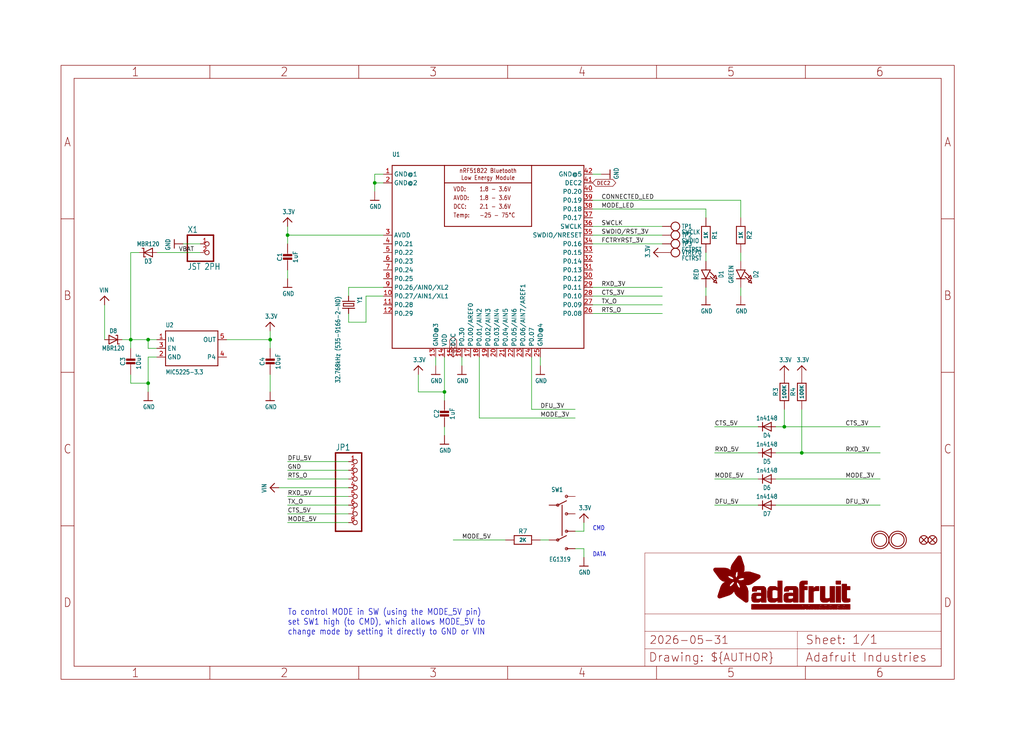
<source format=kicad_sch>
(kicad_sch (version 20230121) (generator eeschema)
  (paper "User" 298.45 217.322)
  (lib_symbols
    (symbol "working-eagle-import:3.3V" (power)
      (property "Value" "3.3V" (at -1.524 1.016 0))
      (symbol "3.3V_1_0"
        (pin power_in line (at 0 -2.54 90) (length 2.54) (name "3.3V") (number "1"))
      )
    )
    (symbol "working-eagle-import:CAP_CERAMIC0805-NOOUTLINE"
      (property "Reference" "C" (at -2.29 1.25 90))
      (symbol "CAP_CERAMIC0805-NOOUTLINE_1_0"
        (pin passive line (at 0 5.08 270) (length 2.54) (name "1") (number "1"))
        (pin passive line (at 0 -2.54 90) (length 2.54) (name "2") (number "2"))
      )
    )
    (symbol "working-eagle-import:CON_JST_PH_2PIN"
      (property "Reference" "X" (at -6.35 5.715 0))
      (symbol "CON_JST_PH_2PIN_1_0"
        (pin passive inverted (at -2.54 2.54 0) (length 2.54) (name "1") (number "1"))
        (pin passive inverted (at -2.54 0 0) (length 2.54) (name "2") (number "2"))
      )
    )
    (symbol "working-eagle-import:CRYSTAL2.0X6.0_32.768"
      (property "Reference" "Y" (at -2.54 2.54 0))
      (symbol "CRYSTAL2.0X6.0_32.768_1_0"
        (pin passive line (at -2.54 0 0) (length 0) (name "1") (number "1"))
        (pin passive line (at 2.54 0 180) (length 0) (name "2") (number "2"))
      )
    )
    (symbol "working-eagle-import:DIODE-SCHOTTKYSOD-123"
      (property "Reference" "D" (at 0 2.54 0))
      (symbol "DIODE-SCHOTTKYSOD-123_1_0"
        (pin passive line (at -2.54 0 0) (length 2.54) (name "A") (number "A"))
        (pin passive line (at 2.54 0 180) (length 2.54) (name "C") (number "C"))
      )
    )
    (symbol "working-eagle-import:DIODESOD-323"
      (property "Reference" "D" (at 0 2.54 0))
      (symbol "DIODESOD-323_1_0"
        (pin passive line (at -2.54 0 0) (length 2.54) (name "A") (number "A"))
        (pin passive line (at 2.54 0 180) (length 2.54) (name "C") (number "C"))
      )
    )
    (symbol "working-eagle-import:FIDUCIAL{dblquote}{dblquote}")
    (symbol "working-eagle-import:FRAME_A4_ADAFRUIT"
      (symbol "FRAME_A4_ADAFRUIT_1_0"
        (text "${#}/${##}" (at 230.505 10.16 0) (effects (font (size 2.54 2.54)) (justify left bottom)))
        (text "${AUTHOR}" (at 189.23 5.08 0) (effects (font (size 2.286 2.286)) (justify left bottom)))
        (text "${CURRENT_DATE}" (at 171.45 10.16 0) (effects (font (size 2.286 2.286)) (justify left bottom)))
        (text "${PROJECTNAME}" (at 171.45 15.24 0) (effects (font (size 2.54 2.54)) (justify left bottom)))
        (text "1" (at 21.6958 1.905 0) (effects (font (size 2.54 2.286))))
        (text "1" (at 21.6958 177.165 0) (effects (font (size 2.54 2.286))))
        (text "2" (at 65.0875 1.905 0) (effects (font (size 2.54 2.286))))
        (text "2" (at 65.0875 177.165 0) (effects (font (size 2.54 2.286))))
        (text "3" (at 108.4792 1.905 0) (effects (font (size 2.54 2.286))))
        (text "3" (at 108.4792 177.165 0) (effects (font (size 2.54 2.286))))
        (text "4" (at 151.8708 1.905 0) (effects (font (size 2.54 2.286))))
        (text "4" (at 151.8708 177.165 0) (effects (font (size 2.54 2.286))))
        (text "5" (at 195.2625 1.905 0) (effects (font (size 2.54 2.286))))
        (text "5" (at 195.2625 177.165 0) (effects (font (size 2.54 2.286))))
        (text "6" (at 238.6542 1.905 0) (effects (font (size 2.54 2.286))))
        (text "6" (at 238.6542 177.165 0) (effects (font (size 2.54 2.286))))
        (text "A" (at 1.905 156.6863 0) (effects (font (size 2.54 2.286))))
        (text "A" (at 258.445 156.6863 0) (effects (font (size 2.54 2.286))))
        (text "Adafruit Industries" (at 216.916 4.953 0) (effects (font (size 2.54 2.54)) (justify left bottom)))
        (text "B" (at 1.905 111.9188 0) (effects (font (size 2.54 2.286))))
        (text "B" (at 258.445 111.9188 0) (effects (font (size 2.54 2.286))))
        (text "C" (at 1.905 67.1513 0) (effects (font (size 2.54 2.286))))
        (text "C" (at 258.445 67.1513 0) (effects (font (size 2.54 2.286))))
        (text "D" (at 1.905 22.3838 0) (effects (font (size 2.54 2.286))))
        (text "D" (at 258.445 22.3838 0) (effects (font (size 2.54 2.286))))
        (text "Drawing:" (at 171.196 4.953 0) (effects (font (size 2.54 2.54)) (justify left bottom)))
        (text "Sheet:" (at 216.916 10.033 0) (effects (font (size 2.54 2.54)) (justify left bottom)))
      )
    )
    (symbol "working-eagle-import:GND" (power)
      (property "Value" "GND" (at -1.524 -2.54 0))
      (symbol "GND_1_0"
        (pin power_in line (at 0 2.54 270) (length 2.54) (name "GND") (number "1"))
      )
    )
    (symbol "working-eagle-import:HEADER-1X876MIL"
      (property "Reference" "JP" (at -6.35 13.335 0))
      (symbol "HEADER-1X876MIL_1_0"
        (pin passive inverted (at -2.54 10.16 0) (length 2.54) (name "1") (number "1"))
        (pin passive inverted (at -2.54 7.62 0) (length 2.54) (name "2") (number "2"))
        (pin passive inverted (at -2.54 5.08 0) (length 2.54) (name "3") (number "3"))
        (pin passive inverted (at -2.54 2.54 0) (length 2.54) (name "4") (number "4"))
        (pin passive inverted (at -2.54 0 0) (length 2.54) (name "5") (number "5"))
        (pin passive inverted (at -2.54 -2.54 0) (length 2.54) (name "6") (number "6"))
        (pin passive inverted (at -2.54 -5.08 0) (length 2.54) (name "7") (number "7"))
        (pin passive inverted (at -2.54 -7.62 0) (length 2.54) (name "8") (number "8"))
      )
    )
    (symbol "working-eagle-import:LED0805_NOOUTLINE"
      (property "Reference" "D" (at -1.27 4.445 0))
      (symbol "LED0805_NOOUTLINE_1_0"
        (pin passive line (at -5.08 0 0) (length 2.54) (name "A") (number "A"))
        (pin passive line (at 2.54 0 180) (length 2.54) (name "C") (number "C"))
      )
    )
    (symbol "working-eagle-import:MOUNTINGHOLE2.5")
    (symbol "working-eagle-import:NRF51822_MODULE_MDBT40"
      (property "Reference" "U" (at -27.94 27.94 0))
      (symbol "NRF51822_MODULE_MDBT40_1_0"
        (text "-25 - 75°C" (at -2.54 10.16 0) (effects (font (size 1.27 1.0795)) (justify left bottom)))
        (text "1.8 - 3.6V" (at -2.54 15.24 0) (effects (font (size 1.27 1.0795)) (justify left bottom)))
        (text "1.8 - 3.6V" (at -2.54 17.78 0) (effects (font (size 1.27 1.0795)) (justify left bottom)))
        (text "2.1 - 3.6V" (at -2.54 12.7 0) (effects (font (size 1.27 1.0795)) (justify left bottom)))
        (text "AVDD:" (at -10.16 15.24 0) (effects (font (size 1.27 1.0795)) (justify left bottom)))
        (text "DCC:" (at -10.16 12.7 0) (effects (font (size 1.27 1.0795)) (justify left bottom)))
        (text "nRF51822 Bluetooth\nLow Energy Module" (at 0 22.86 0) (effects (font (size 1.27 1.0795))))
        (text "Temp:" (at -10.16 10.16 0) (effects (font (size 1.27 1.0795)) (justify left bottom)))
        (text "VDD:" (at -10.16 17.78 0) (effects (font (size 1.27 1.0795)) (justify left bottom)))
        (pin power_in line (at -30.48 22.86 0) (length 2.54) (name "GND@1") (number "1"))
        (pin bidirectional line (at -30.48 -12.7 0) (length 2.54) (name "P0.27/AIN1/XL1") (number "10"))
        (pin bidirectional line (at -30.48 -15.24 0) (length 2.54) (name "P0.28") (number "11"))
        (pin bidirectional line (at -30.48 -17.78 0) (length 2.54) (name "P0.29") (number "12"))
        (pin power_in line (at -15.24 -30.48 90) (length 2.54) (name "GND@3") (number "13"))
        (pin power_in line (at -12.7 -30.48 90) (length 2.54) (name "VDD") (number "14"))
        (pin power_in line (at -10.16 -30.48 90) (length 2.54) (name "DCC") (number "15"))
        (pin bidirectional line (at -7.62 -30.48 90) (length 2.54) (name "P0.30") (number "16"))
        (pin bidirectional line (at -5.08 -30.48 90) (length 2.54) (name "P0.00/AREF0") (number "17"))
        (pin bidirectional line (at -2.54 -30.48 90) (length 2.54) (name "P0.01/AIN2") (number "18"))
        (pin bidirectional line (at 0 -30.48 90) (length 2.54) (name "P0.02/AIN3") (number "19"))
        (pin power_in line (at -30.48 20.32 0) (length 2.54) (name "GND@2") (number "2"))
        (pin bidirectional line (at 2.54 -30.48 90) (length 2.54) (name "P0.03/AIN4") (number "20"))
        (pin bidirectional line (at 5.08 -30.48 90) (length 2.54) (name "P0.04/AIN5") (number "21"))
        (pin bidirectional line (at 7.62 -30.48 90) (length 2.54) (name "P0.05/AIN6") (number "22"))
        (pin bidirectional line (at 10.16 -30.48 90) (length 2.54) (name "P0.06/AIN7/AREF1") (number "23"))
        (pin bidirectional line (at 12.7 -30.48 90) (length 2.54) (name "P0.07") (number "24"))
        (pin power_in line (at 15.24 -30.48 90) (length 2.54) (name "GND@4") (number "25"))
        (pin bidirectional line (at 30.48 -17.78 180) (length 2.54) (name "P0.08") (number "26"))
        (pin bidirectional line (at 30.48 -15.24 180) (length 2.54) (name "P0.09") (number "27"))
        (pin bidirectional line (at 30.48 -12.7 180) (length 2.54) (name "P0.10") (number "28"))
        (pin bidirectional line (at 30.48 -10.16 180) (length 2.54) (name "P0.11") (number "29"))
        (pin power_in line (at -30.48 5.08 0) (length 2.54) (name "AVDD") (number "3"))
        (pin bidirectional line (at 30.48 -7.62 180) (length 2.54) (name "P0.12") (number "30"))
        (pin bidirectional line (at 30.48 -5.08 180) (length 2.54) (name "P0.13") (number "31"))
        (pin bidirectional line (at 30.48 -2.54 180) (length 2.54) (name "P0.14") (number "32"))
        (pin bidirectional line (at 30.48 0 180) (length 2.54) (name "P0.15") (number "33"))
        (pin bidirectional line (at 30.48 2.54 180) (length 2.54) (name "P0.16") (number "34"))
        (pin bidirectional line (at 30.48 5.08 180) (length 2.54) (name "SWDIO/NRESET") (number "35"))
        (pin bidirectional line (at 30.48 7.62 180) (length 2.54) (name "SWCLK") (number "36"))
        (pin bidirectional line (at 30.48 10.16 180) (length 2.54) (name "P0.17") (number "37"))
        (pin bidirectional line (at 30.48 12.7 180) (length 2.54) (name "P0.18") (number "38"))
        (pin bidirectional line (at 30.48 15.24 180) (length 2.54) (name "P0.19") (number "39"))
        (pin bidirectional line (at -30.48 2.54 0) (length 2.54) (name "P0.21") (number "4"))
        (pin bidirectional line (at 30.48 17.78 180) (length 2.54) (name "P0.20") (number "40"))
        (pin power_in line (at 30.48 20.32 180) (length 2.54) (name "DEC2") (number "41"))
        (pin power_in line (at 30.48 22.86 180) (length 2.54) (name "GND@5") (number "42"))
        (pin bidirectional line (at -30.48 0 0) (length 2.54) (name "P0.22") (number "5"))
        (pin bidirectional line (at -30.48 -2.54 0) (length 2.54) (name "P0.23") (number "6"))
        (pin bidirectional line (at -30.48 -5.08 0) (length 2.54) (name "P0.24") (number "7"))
        (pin bidirectional line (at -30.48 -7.62 0) (length 2.54) (name "P0.25") (number "8"))
        (pin bidirectional line (at -30.48 -10.16 0) (length 2.54) (name "P0.26/AIN0/XL2") (number "9"))
      )
    )
    (symbol "working-eagle-import:RESISTOR0805_NOOUTLINE"
      (property "Reference" "R" (at 0 2.54 0))
      (symbol "RESISTOR0805_NOOUTLINE_1_0"
        (pin passive line (at -5.08 0 0) (length 2.54) (name "1") (number "1"))
        (pin passive line (at 5.08 0 180) (length 2.54) (name "2") (number "2"))
      )
    )
    (symbol "working-eagle-import:SWITCH_DPDTEG1390"
      (property "Reference" "SW" (at -4.445 8.89 0))
      (symbol "SWITCH_DPDTEG1390_1_0"
        (pin passive line (at 2.54 7.62 180) (length 2.54) (name "O1") (number "O1"))
        (pin passive line (at 2.54 -2.54 180) (length 2.54) (name "O2") (number "O2"))
        (pin passive line (at -5.08 5.08 0) (length 2.54) (name "P1") (number "P1"))
        (pin passive line (at -5.08 -5.08 0) (length 2.54) (name "P2") (number "P2"))
        (pin passive line (at 2.54 2.54 180) (length 2.54) (name "S1") (number "S1"))
        (pin passive line (at 2.54 -7.62 180) (length 2.54) (name "S2") (number "S2"))
      )
    )
    (symbol "working-eagle-import:TESTPOINT1.5X2.0MM_NOCREAM"
      (property "Reference" "TP" (at 0 5.588 90))
      (symbol "TESTPOINT1.5X2.0MM_NOCREAM_1_0"
        (pin bidirectional line (at 0 0 90) (length 2.54) (name "P$1") (number "P$1"))
      )
    )
    (symbol "working-eagle-import:VIN" (power)
      (property "Value" "VIN" (at -1.524 1.016 0))
      (symbol "VIN_1_0"
        (pin power_in line (at 0 -2.54 90) (length 2.54) (name "VIN") (number "1"))
      )
    )
    (symbol "working-eagle-import:VREG_SOT23-5"
      (property "Reference" "U" (at -7.62 6.096 0))
      (symbol "VREG_SOT23-5_1_0"
        (pin power_in line (at -10.16 2.54 0) (length 2.54) (name "IN") (number "1"))
        (pin power_in line (at -10.16 -2.54 0) (length 2.54) (name "GND") (number "2"))
        (pin input line (at -10.16 0 0) (length 2.54) (name "EN") (number "3"))
        (pin bidirectional line (at 10.16 -2.54 180) (length 2.54) (name "P4") (number "4"))
        (pin power_in line (at 10.16 2.54 180) (length 2.54) (name "OUT") (number "5"))
      )
    )
  )
  (junction (at 83.82 68.58))
  (junction (at 43.18 99.06))
  (junction (at 109.22 53.34))
  (junction (at 228.6 124.46))
  (junction (at 43.18 111.76))
  (junction (at 233.68 132.08))
  (junction (at 78.74 99.06))
  (junction (at 129.54 114.3))
  (junction (at 38.1 99.06))
  (wire (pts (xy 226.06 139.7) (xy 256.54 139.7)) (stroke (width 0.1524)))
  (wire (pts (xy 66.04 99.06) (xy 78.74 99.06)) (stroke (width 0.1524)))
  (wire (pts (xy 101.6 152.4) (xy 83.82 152.4)) (stroke (width 0.1524)))
  (wire (pts (xy 111.76 83.82) (xy 101.6 83.82)) (stroke (width 0.1524)))
  (wire (pts (xy 139.7 104.14) (xy 139.7 121.92)) (stroke (width 0.1524)))
  (wire (pts (xy 205.74 83.82) (xy 205.74 86.36)) (stroke (width 0.1524)))
  (wire (pts (xy 101.6 134.62) (xy 83.82 134.62)) (stroke (width 0.1524)))
  (wire (pts (xy 208.28 124.46) (xy 220.98 124.46)) (stroke (width 0.1524)))
  (wire (pts (xy 45.72 99.06) (xy 43.18 99.06)) (stroke (width 0.1524)))
  (wire (pts (xy 172.72 91.44) (xy 193.04 91.44)) (stroke (width 0.1524)))
  (wire (pts (xy 45.72 104.14) (xy 43.18 104.14)) (stroke (width 0.1524)))
  (wire (pts (xy 101.6 91.44) (xy 101.6 93.98)) (stroke (width 0.1524)))
  (wire (pts (xy 53.34 71.12) (xy 58.42 71.12)) (stroke (width 0.1524)))
  (wire (pts (xy 139.7 121.92) (xy 167.64 121.92)) (stroke (width 0.1524)))
  (wire (pts (xy 106.68 93.98) (xy 106.68 86.36)) (stroke (width 0.1524)))
  (wire (pts (xy 129.54 104.14) (xy 129.54 114.3)) (stroke (width 0.1524)))
  (wire (pts (xy 43.18 101.6) (xy 43.18 99.06)) (stroke (width 0.1524)))
  (wire (pts (xy 172.72 71.12) (xy 193.04 71.12)) (stroke (width 0.1524)))
  (wire (pts (xy 83.82 68.58) (xy 83.82 66.04)) (stroke (width 0.1524)))
  (wire (pts (xy 30.48 88.9) (xy 30.48 99.06)) (stroke (width 0.1524)))
  (wire (pts (xy 220.98 147.32) (xy 208.28 147.32)) (stroke (width 0.1524)))
  (wire (pts (xy 121.92 114.3) (xy 121.92 109.22)) (stroke (width 0.1524)))
  (wire (pts (xy 220.98 139.7) (xy 208.28 139.7)) (stroke (width 0.1524)))
  (wire (pts (xy 134.62 104.14) (xy 134.62 106.68)) (stroke (width 0.1524)))
  (wire (pts (xy 45.72 101.6) (xy 43.18 101.6)) (stroke (width 0.1524)))
  (wire (pts (xy 172.72 60.96) (xy 205.74 60.96)) (stroke (width 0.1524)))
  (wire (pts (xy 172.72 83.82) (xy 193.04 83.82)) (stroke (width 0.1524)))
  (wire (pts (xy 83.82 78.74) (xy 83.82 81.28)) (stroke (width 0.1524)))
  (wire (pts (xy 157.48 104.14) (xy 157.48 106.68)) (stroke (width 0.1524)))
  (wire (pts (xy 172.72 68.58) (xy 193.04 68.58)) (stroke (width 0.1524)))
  (wire (pts (xy 167.64 154.94) (xy 170.18 154.94)) (stroke (width 0.1524)))
  (wire (pts (xy 83.82 149.86) (xy 101.6 149.86)) (stroke (width 0.1524)))
  (wire (pts (xy 208.28 132.08) (xy 220.98 132.08)) (stroke (width 0.1524)))
  (wire (pts (xy 43.18 99.06) (xy 38.1 99.06)) (stroke (width 0.1524)))
  (wire (pts (xy 111.76 68.58) (xy 83.82 68.58)) (stroke (width 0.1524)))
  (wire (pts (xy 78.74 109.22) (xy 78.74 114.3)) (stroke (width 0.1524)))
  (wire (pts (xy 228.6 124.46) (xy 256.54 124.46)) (stroke (width 0.1524)))
  (wire (pts (xy 157.48 157.48) (xy 160.02 157.48)) (stroke (width 0.1524)))
  (wire (pts (xy 38.1 111.76) (xy 38.1 109.22)) (stroke (width 0.1524)))
  (wire (pts (xy 172.72 86.36) (xy 193.04 86.36)) (stroke (width 0.1524)))
  (wire (pts (xy 38.1 99.06) (xy 38.1 73.66)) (stroke (width 0.1524)))
  (wire (pts (xy 101.6 83.82) (xy 101.6 86.36)) (stroke (width 0.1524)))
  (wire (pts (xy 129.54 114.3) (xy 129.54 116.84)) (stroke (width 0.1524)))
  (wire (pts (xy 111.76 53.34) (xy 109.22 53.34)) (stroke (width 0.1524)))
  (wire (pts (xy 109.22 50.8) (xy 109.22 53.34)) (stroke (width 0.1524)))
  (wire (pts (xy 170.18 154.94) (xy 170.18 152.4)) (stroke (width 0.1524)))
  (wire (pts (xy 226.06 132.08) (xy 233.68 132.08)) (stroke (width 0.1524)))
  (wire (pts (xy 35.56 99.06) (xy 38.1 99.06)) (stroke (width 0.1524)))
  (wire (pts (xy 129.54 124.46) (xy 129.54 127)) (stroke (width 0.1524)))
  (wire (pts (xy 226.06 147.32) (xy 256.54 147.32)) (stroke (width 0.1524)))
  (wire (pts (xy 78.74 99.06) (xy 78.74 96.52)) (stroke (width 0.1524)))
  (wire (pts (xy 101.6 147.32) (xy 83.82 147.32)) (stroke (width 0.1524)))
  (wire (pts (xy 167.64 160.02) (xy 170.18 160.02)) (stroke (width 0.1524)))
  (wire (pts (xy 127 104.14) (xy 127 106.68)) (stroke (width 0.1524)))
  (wire (pts (xy 215.9 73.66) (xy 215.9 76.2)) (stroke (width 0.1524)))
  (wire (pts (xy 233.68 132.08) (xy 256.54 132.08)) (stroke (width 0.1524)))
  (wire (pts (xy 83.82 68.58) (xy 83.82 71.12)) (stroke (width 0.1524)))
  (wire (pts (xy 43.18 111.76) (xy 43.18 114.3)) (stroke (width 0.1524)))
  (wire (pts (xy 170.18 160.02) (xy 170.18 162.56)) (stroke (width 0.1524)))
  (wire (pts (xy 111.76 50.8) (xy 109.22 50.8)) (stroke (width 0.1524)))
  (wire (pts (xy 215.9 83.82) (xy 215.9 86.36)) (stroke (width 0.1524)))
  (wire (pts (xy 132.08 157.48) (xy 147.32 157.48)) (stroke (width 0.1524)))
  (wire (pts (xy 101.6 93.98) (xy 106.68 93.98)) (stroke (width 0.1524)))
  (wire (pts (xy 129.54 114.3) (xy 121.92 114.3)) (stroke (width 0.1524)))
  (wire (pts (xy 226.06 124.46) (xy 228.6 124.46)) (stroke (width 0.1524)))
  (wire (pts (xy 228.6 124.46) (xy 228.6 119.38)) (stroke (width 0.1524)))
  (wire (pts (xy 83.82 144.78) (xy 101.6 144.78)) (stroke (width 0.1524)))
  (wire (pts (xy 205.74 73.66) (xy 205.74 76.2)) (stroke (width 0.1524)))
  (wire (pts (xy 172.72 66.04) (xy 193.04 66.04)) (stroke (width 0.1524)))
  (wire (pts (xy 45.72 73.66) (xy 58.42 73.66)) (stroke (width 0.1524)))
  (wire (pts (xy 233.68 119.38) (xy 233.68 132.08)) (stroke (width 0.1524)))
  (wire (pts (xy 172.72 88.9) (xy 193.04 88.9)) (stroke (width 0.1524)))
  (wire (pts (xy 101.6 137.16) (xy 83.82 137.16)) (stroke (width 0.1524)))
  (wire (pts (xy 81.28 142.24) (xy 101.6 142.24)) (stroke (width 0.1524)))
  (wire (pts (xy 172.72 58.42) (xy 215.9 58.42)) (stroke (width 0.1524)))
  (wire (pts (xy 154.94 104.14) (xy 154.94 119.38)) (stroke (width 0.1524)))
  (wire (pts (xy 106.68 86.36) (xy 111.76 86.36)) (stroke (width 0.1524)))
  (wire (pts (xy 154.94 119.38) (xy 167.64 119.38)) (stroke (width 0.1524)))
  (wire (pts (xy 101.6 139.7) (xy 83.82 139.7)) (stroke (width 0.1524)))
  (wire (pts (xy 215.9 58.42) (xy 215.9 63.5)) (stroke (width 0.1524)))
  (wire (pts (xy 78.74 99.06) (xy 78.74 101.6)) (stroke (width 0.1524)))
  (wire (pts (xy 172.72 50.8) (xy 175.26 50.8)) (stroke (width 0.1524)))
  (wire (pts (xy 109.22 53.34) (xy 109.22 55.88)) (stroke (width 0.1524)))
  (wire (pts (xy 38.1 73.66) (xy 40.64 73.66)) (stroke (width 0.1524)))
  (wire (pts (xy 38.1 99.06) (xy 38.1 101.6)) (stroke (width 0.1524)))
  (wire (pts (xy 43.18 104.14) (xy 43.18 111.76)) (stroke (width 0.1524)))
  (wire (pts (xy 43.18 111.76) (xy 38.1 111.76)) (stroke (width 0.1524)))
  (wire (pts (xy 205.74 60.96) (xy 205.74 63.5)) (stroke (width 0.1524)))
  (text "CMD" (at 172.72 154.94 0) (effects (font (size 1.27 1.0795)) (justify left bottom)))
  (text "DATA" (at 172.72 162.56 0) (effects (font (size 1.27 1.0795)) (justify left bottom)))
  (text "To control MODE in SW (using the MODE_5V pin)\nset SW1 high (to CMD), which allows MODE_5V to\nchange mode by setting it directly to GND or VIN" (at 83.82 185.42 0) (effects (font (size 1.778 1.5113)) (justify left bottom)))
  (label "RTS_O" (at 83.82 139.7 0) (effects (font (size 1.2446 1.2446))))
  (label "CTS_3V" (at 246.38 124.46 0) (effects (font (size 1.2446 1.2446))))
  (label "DFU_5V" (at 83.82 134.62 0) (effects (font (size 1.2446 1.2446))))
  (label "CTS_3V" (at 175.26 86.36 0) (effects (font (size 1.2446 1.2446))))
  (label "RXD_3V" (at 246.38 132.08 0) (effects (font (size 1.2446 1.2446))))
  (label "VBAT" (at 52.07 73.66 0) (effects (font (size 1.2446 1.2446))))
  (label "RXD_5V" (at 208.28 132.08 0) (effects (font (size 1.2446 1.2446))))
  (label "TX_O" (at 83.82 147.32 0) (effects (font (size 1.2446 1.2446))))
  (label "CONNECTED_LED" (at 175.26 58.42 0) (effects (font (size 1.2446 1.2446))))
  (label "CTS_5V" (at 208.28 124.46 0) (effects (font (size 1.2446 1.2446))))
  (label "SWCLK" (at 175.26 66.04 0) (effects (font (size 1.2446 1.2446))))
  (label "CTS_5V" (at 83.82 149.86 0) (effects (font (size 1.2446 1.2446))))
  (label "MODE_5V" (at 83.82 152.4 0) (effects (font (size 1.2446 1.2446))))
  (label "TX_O" (at 175.26 88.9 0) (effects (font (size 1.2446 1.2446))))
  (label "RXD_3V" (at 175.26 83.82 0) (effects (font (size 1.2446 1.2446))))
  (label "DFU_3V" (at 157.48 119.38 0) (effects (font (size 1.2446 1.2446))))
  (label "RXD_5V" (at 83.82 144.78 0) (effects (font (size 1.2446 1.2446))))
  (label "MODE_3V" (at 157.48 121.92 0) (effects (font (size 1.2446 1.2446))))
  (label "SWDIO/RST_3V" (at 175.26 68.58 0) (effects (font (size 1.2446 1.2446))))
  (label "MODE_LED" (at 175.26 60.96 0) (effects (font (size 1.2446 1.2446))))
  (label "RTS_O" (at 175.26 91.44 0) (effects (font (size 1.2446 1.2446))))
  (label "DFU_3V" (at 246.38 147.32 0) (effects (font (size 1.2446 1.2446))))
  (label "MODE_5V" (at 134.62 157.48 0) (effects (font (size 1.2446 1.2446))))
  (label "FCTRYRST_3V" (at 175.26 71.12 0) (effects (font (size 1.2446 1.2446))))
  (label "GND" (at 83.82 137.16 0) (effects (font (size 1.2446 1.2446))))
  (label "DFU_5V" (at 208.28 147.32 0) (effects (font (size 1.2446 1.2446))))
  (label "MODE_5V" (at 208.28 139.7 0) (effects (font (size 1.2446 1.2446))))
  (label "MODE_3V" (at 246.38 139.7 0) (effects (font (size 1.2446 1.2446))))
  (global_label "DEC2" (shape bidirectional) (at 172.72 53.34 0) (effects (font (size 1.016 1.016))) (property "Intersheetrefs" "${INTERSHEET_REFS}" (effects hide)))
  (global_label "DCC" (shape bidirectional) (at 132.08 104.14 90) (effects (font (size 1.016 1.016))) (property "Intersheetrefs" "${INTERSHEET_REFS}" (effects hide)))
  (symbol (lib_id "working-eagle-import:GND") (at 170.18 165.1 0) (unit 1)
    (property "Reference" "#U$3" (effects hide))
    (property "Value" "GND" (at 168.656 167.64 0) (effects (font (size 1.27 1.0795)) (justify left bottom)))
  )
  (symbol (lib_id "working-eagle-import:MOUNTINGHOLE2.5") (at 261.62 157.48 0) (unit 1)
    (property "Reference" "U$28" (effects hide))
    (property "Value" "MOUNTINGHOLE2.5" (effects hide))
    (property "Footprint" "working:MOUNTINGHOLE_2.5_PLATED" (effects hide))
  )
  (symbol (lib_id "working-eagle-import:LED0805_NOOUTLINE") (at 205.74 81.28 270) (unit 1)
    (property "Reference" "D1" (at 210.185 80.01 0) (effects (font (size 1.27 1.0795))))
    (property "Value" "RED" (at 202.946 80.01 0) (effects (font (size 1.27 1.0795))))
    (property "Footprint" "working:CHIPLED_0805_NOOUTLINE" (effects hide))
  )
  (symbol (lib_id "working-eagle-import:3.3V") (at 83.82 63.5 0) (unit 1)
    (property "Reference" "#U$16" (effects hide))
    (property "Value" "3.3V" (at 82.296 62.484 0) (effects (font (size 1.27 1.0795)) (justify left bottom)))
  )
  (symbol (lib_id "working-eagle-import:LED0805_NOOUTLINE") (at 215.9 81.28 270) (unit 1)
    (property "Reference" "D2" (at 220.345 80.01 0) (effects (font (size 1.27 1.0795))))
    (property "Value" "GREEN" (at 213.106 80.01 0) (effects (font (size 1.27 1.0795))))
    (property "Footprint" "working:CHIPLED_0805_NOOUTLINE" (effects hide))
  )
  (symbol (lib_id "working-eagle-import:TESTPOINT1.5X2.0MM_NOCREAM") (at 193.04 71.12 270) (unit 1)
    (property "Reference" "TP3" (at 198.628 71.12 90) (effects (font (size 1.27 1.0795)) (justify left)))
    (property "Value" "FCTRST" (at 198.628 72.771 90) (effects (font (size 1.27 1.0795)) (justify left)))
    (property "Footprint" "working:PAD-1.5X2.0" (effects hide))
  )
  (symbol (lib_id "working-eagle-import:TESTPOINT1.5X2.0MM_NOCREAM") (at 193.04 73.66 270) (unit 1)
    (property "Reference" "VTREF0" (at 198.628 73.66 90) (effects (font (size 1.27 1.0795)) (justify left)))
    (property "Value" "FCTRST" (at 198.628 75.311 90) (effects (font (size 1.27 1.0795)) (justify left)))
    (property "Footprint" "working:PAD-1.5X2.0" (effects hide))
  )
  (symbol (lib_id "working-eagle-import:3.3V") (at 228.6 106.68 0) (unit 1)
    (property "Reference" "#U$17" (effects hide))
    (property "Value" "3.3V" (at 227.076 105.664 0) (effects (font (size 1.27 1.0795)) (justify left bottom)))
  )
  (symbol (lib_id "working-eagle-import:GND") (at 109.22 58.42 0) (unit 1)
    (property "Reference" "#U$12" (effects hide))
    (property "Value" "GND" (at 107.696 60.96 0) (effects (font (size 1.27 1.0795)) (justify left bottom)))
  )
  (symbol (lib_id "working-eagle-import:FRAME_A4_ADAFRUIT") (at 17.78 198.12 0) (unit 1)
    (property "Reference" "#U$1" (effects hide))
    (property "Value" "FRAME_A4_ADAFRUIT" (effects hide))
  )
  (symbol (lib_id "working-eagle-import:3.3V") (at 121.92 106.68 0) (unit 1)
    (property "Reference" "#U$14" (effects hide))
    (property "Value" "3.3V" (at 120.396 105.664 0) (effects (font (size 1.27 1.0795)) (justify left bottom)))
  )
  (symbol (lib_id "working-eagle-import:DIODE-SCHOTTKYSOD-123") (at 33.02 99.06 0) (unit 1)
    (property "Reference" "D8" (at 33.02 96.52 0) (effects (font (size 1.27 1.0795))))
    (property "Value" "MBR120" (at 33.02 101.56 0) (effects (font (size 1.27 1.0795))))
    (property "Footprint" "working:SOD-123" (effects hide))
  )
  (symbol (lib_id "working-eagle-import:GND") (at 50.8 71.12 270) (unit 1)
    (property "Reference" "#U$5" (effects hide))
    (property "Value" "GND" (at 48.26 69.596 0) (effects (font (size 1.27 1.0795)) (justify left bottom)))
  )
  (symbol (lib_id "working-eagle-import:CRYSTAL2.0X6.0_32.768") (at 101.6 88.9 270) (unit 1)
    (property "Reference" "Y1" (at 104.14 86.36 0) (effects (font (size 1.27 1.0795)) (justify left bottom)))
    (property "Value" "32.768kHz (535-9166-2-ND)" (at 97.79 86.36 0) (effects (font (size 1.27 1.0795)) (justify left bottom)))
    (property "Footprint" "working:CRYSTAL_CYL_2X6MM_SMT" (effects hide))
  )
  (symbol (lib_id "working-eagle-import:GND") (at 127 109.22 0) (unit 1)
    (property "Reference" "#U$11" (effects hide))
    (property "Value" "GND" (at 125.476 111.76 0) (effects (font (size 1.27 1.0795)) (justify left bottom)))
  )
  (symbol (lib_id "working-eagle-import:GND") (at 43.18 116.84 0) (unit 1)
    (property "Reference" "#U$20" (effects hide))
    (property "Value" "GND" (at 41.656 119.38 0) (effects (font (size 1.27 1.0795)) (justify left bottom)))
  )
  (symbol (lib_id "working-eagle-import:CAP_CERAMIC0805-NOOUTLINE") (at 83.82 76.2 0) (unit 1)
    (property "Reference" "C1" (at 81.53 74.95 90))
    (property "Value" "1uF" (at 86.12 74.95 90))
    (property "Footprint" "working:0805-NO" (effects hide))
  )
  (symbol (lib_id "working-eagle-import:GND") (at 134.62 109.22 0) (unit 1)
    (property "Reference" "#U$8" (effects hide))
    (property "Value" "GND" (at 133.096 111.76 0) (effects (font (size 1.27 1.0795)) (justify left bottom)))
  )
  (symbol (lib_id "working-eagle-import:GND") (at 78.74 116.84 0) (unit 1)
    (property "Reference" "#U$21" (effects hide))
    (property "Value" "GND" (at 77.216 119.38 0) (effects (font (size 1.27 1.0795)) (justify left bottom)))
  )
  (symbol (lib_id "working-eagle-import:DIODESOD-323") (at 223.52 132.08 180) (unit 1)
    (property "Reference" "D5" (at 223.52 134.62 0) (effects (font (size 1.27 1.0795))))
    (property "Value" "1n4148" (at 223.52 129.58 0) (effects (font (size 1.27 1.0795))))
    (property "Footprint" "working:SOD-323" (effects hide))
  )
  (symbol (lib_id "working-eagle-import:GND") (at 177.8 50.8 90) (unit 1)
    (property "Reference" "#U$13" (effects hide))
    (property "Value" "GND" (at 180.34 52.324 0) (effects (font (size 1.27 1.0795)) (justify left bottom)))
  )
  (symbol (lib_id "working-eagle-import:DIODESOD-323") (at 223.52 147.32 180) (unit 1)
    (property "Reference" "D7" (at 223.52 149.86 0) (effects (font (size 1.27 1.0795))))
    (property "Value" "1n4148" (at 223.52 144.82 0) (effects (font (size 1.27 1.0795))))
    (property "Footprint" "working:SOD-323" (effects hide))
  )
  (symbol (lib_id "working-eagle-import:CON_JST_PH_2PIN") (at 60.96 73.66 0) (unit 1)
    (property "Reference" "X1" (at 54.61 67.945 0) (effects (font (size 1.778 1.5113)) (justify left bottom)))
    (property "Value" "JST 2PH" (at 54.61 78.74 0) (effects (font (size 1.778 1.5113)) (justify left bottom)))
    (property "Footprint" "working:JSTPH2" (effects hide))
  )
  (symbol (lib_id "working-eagle-import:TESTPOINT1.5X2.0MM_NOCREAM") (at 193.04 66.04 270) (unit 1)
    (property "Reference" "TP1" (at 198.628 66.04 90) (effects (font (size 1.27 1.0795)) (justify left)))
    (property "Value" "SWCLK" (at 198.628 67.691 90) (effects (font (size 1.27 1.0795)) (justify left)))
    (property "Footprint" "working:PAD-1.5X2.0" (effects hide))
  )
  (symbol (lib_id "working-eagle-import:CAP_CERAMIC0805-NOOUTLINE") (at 38.1 106.68 0) (unit 1)
    (property "Reference" "C3" (at 35.81 105.43 90))
    (property "Value" "10uF" (at 40.4 105.43 90))
    (property "Footprint" "working:0805-NO" (effects hide))
  )
  (symbol (lib_id "working-eagle-import:RESISTOR0805_NOOUTLINE") (at 152.4 157.48 0) (unit 1)
    (property "Reference" "R7" (at 152.4 154.94 0))
    (property "Value" "2K" (at 152.4 157.48 0) (effects (font (size 1.016 1.016) bold)))
    (property "Footprint" "working:0805-NO" (effects hide))
  )
  (symbol (lib_id "working-eagle-import:FIDUCIAL{dblquote}{dblquote}") (at 271.78 157.48 0) (unit 1)
    (property "Reference" "FID1" (effects hide))
    (property "Value" "FIDUCIAL{dblquote}{dblquote}" (effects hide))
    (property "Footprint" "working:FIDUCIAL_1MM" (effects hide))
  )
  (symbol (lib_id "working-eagle-import:3.3V") (at 78.74 93.98 0) (unit 1)
    (property "Reference" "#U$22" (effects hide))
    (property "Value" "3.3V" (at 77.216 92.964 0) (effects (font (size 1.27 1.0795)) (justify left bottom)))
  )
  (symbol (lib_id "working-eagle-import:GND") (at 83.82 83.82 0) (unit 1)
    (property "Reference" "#U$15" (effects hide))
    (property "Value" "GND" (at 82.296 86.36 0) (effects (font (size 1.27 1.0795)) (justify left bottom)))
  )
  (symbol (lib_id "working-eagle-import:DIODE-SCHOTTKYSOD-123") (at 43.18 73.66 180) (unit 1)
    (property "Reference" "D3" (at 43.18 76.2 0) (effects (font (size 1.27 1.0795))))
    (property "Value" "MBR120" (at 43.18 71.16 0) (effects (font (size 1.27 1.0795))))
    (property "Footprint" "working:SOD-123" (effects hide))
  )
  (symbol (lib_id "working-eagle-import:HEADER-1X876MIL") (at 104.14 144.78 0) (unit 1)
    (property "Reference" "JP1" (at 97.79 131.445 0) (effects (font (size 1.778 1.5113)) (justify left bottom)))
    (property "Value" "HEADER-1X876MIL" (effects hide))
    (property "Footprint" "working:1X08_ROUND_76" (effects hide))
  )
  (symbol (lib_id "working-eagle-import:RESISTOR0805_NOOUTLINE") (at 205.74 68.58 270) (unit 1)
    (property "Reference" "R1" (at 208.28 68.58 0))
    (property "Value" "1K" (at 205.74 68.58 0) (effects (font (size 1.016 1.016) bold)))
    (property "Footprint" "working:0805-NO" (effects hide))
  )
  (symbol (lib_id "working-eagle-import:TESTPOINT1.5X2.0MM_NOCREAM") (at 193.04 68.58 270) (unit 1)
    (property "Reference" "TP2" (at 198.628 68.58 90) (effects (font (size 1.27 1.0795)) (justify left)))
    (property "Value" "SWDIO" (at 198.628 70.231 90) (effects (font (size 1.27 1.0795)) (justify left)))
    (property "Footprint" "working:PAD-1.5X2.0" (effects hide))
  )
  (symbol (lib_id "working-eagle-import:MOUNTINGHOLE2.5") (at 256.54 157.48 0) (unit 1)
    (property "Reference" "U$29" (effects hide))
    (property "Value" "MOUNTINGHOLE2.5" (effects hide))
    (property "Footprint" "working:MOUNTINGHOLE_2.5_PLATED" (effects hide))
  )
  (symbol (lib_id "working-eagle-import:RESISTOR0805_NOOUTLINE") (at 215.9 68.58 270) (unit 1)
    (property "Reference" "R2" (at 218.44 68.58 0))
    (property "Value" "1K" (at 215.9 68.58 0) (effects (font (size 1.016 1.016) bold)))
    (property "Footprint" "working:0805-NO" (effects hide))
  )
  (symbol (lib_id "working-eagle-import:GND") (at 129.54 129.54 0) (unit 1)
    (property "Reference" "#U$18" (effects hide))
    (property "Value" "GND" (at 128.016 132.08 0) (effects (font (size 1.27 1.0795)) (justify left bottom)))
  )
  (symbol (lib_id "working-eagle-import:VIN") (at 78.74 142.24 90) (unit 1)
    (property "Reference" "#U$32" (effects hide))
    (property "Value" "VIN" (at 77.724 143.764 0) (effects (font (size 1.27 1.0795)) (justify left bottom)))
  )
  (symbol (lib_id "working-eagle-import:DIODESOD-323") (at 223.52 124.46 180) (unit 1)
    (property "Reference" "D4" (at 223.52 127 0) (effects (font (size 1.27 1.0795))))
    (property "Value" "1n4148" (at 223.52 121.96 0) (effects (font (size 1.27 1.0795))))
    (property "Footprint" "working:SOD-323" (effects hide))
  )
  (symbol (lib_id "working-eagle-import:3.3V") (at 233.68 106.68 0) (unit 1)
    (property "Reference" "#U$23" (effects hide))
    (property "Value" "3.3V" (at 232.156 105.664 0) (effects (font (size 1.27 1.0795)) (justify left bottom)))
  )
  (symbol (lib_id "working-eagle-import:CAP_CERAMIC0805-NOOUTLINE") (at 78.74 106.68 0) (unit 1)
    (property "Reference" "C4" (at 76.45 105.43 90))
    (property "Value" "10uF" (at 81.04 105.43 90))
    (property "Footprint" "working:0805-NO" (effects hide))
  )
  (symbol (lib_id "working-eagle-import:VREG_SOT23-5") (at 55.88 101.6 0) (unit 1)
    (property "Reference" "U2" (at 48.26 95.504 0) (effects (font (size 1.27 1.0795)) (justify left bottom)))
    (property "Value" "MIC5225-3.3" (at 48.26 109.22 0) (effects (font (size 1.27 1.0795)) (justify left bottom)))
    (property "Footprint" "working:SOT23-5" (effects hide))
  )
  (symbol (lib_id "working-eagle-import:CAP_CERAMIC0805-NOOUTLINE") (at 129.54 121.92 0) (unit 1)
    (property "Reference" "C2" (at 127.25 120.67 90))
    (property "Value" "1uF" (at 131.84 120.67 90))
    (property "Footprint" "working:0805-NO" (effects hide))
  )
  (symbol (lib_id "working-eagle-import:3.3V") (at 190.5 73.66 90) (unit 1)
    (property "Reference" "#U$4" (effects hide))
    (property "Value" "3.3V" (at 189.484 75.184 0) (effects (font (size 1.27 1.0795)) (justify left bottom)))
  )
  (symbol (lib_id "working-eagle-import:3.3V") (at 170.18 149.86 0) (unit 1)
    (property "Reference" "#U$2" (effects hide))
    (property "Value" "3.3V" (at 168.656 148.844 0) (effects (font (size 1.27 1.0795)) (justify left bottom)))
  )
  (symbol (lib_id "working-eagle-import:RESISTOR0805_NOOUTLINE") (at 228.6 114.3 90) (unit 1)
    (property "Reference" "R3" (at 226.06 114.3 0))
    (property "Value" "100K" (at 228.6 114.3 0) (effects (font (size 1.016 1.016) bold)))
    (property "Footprint" "working:0805-NO" (effects hide))
  )
  (symbol (lib_id "working-eagle-import:GND") (at 157.48 109.22 0) (unit 1)
    (property "Reference" "#U$10" (effects hide))
    (property "Value" "GND" (at 155.956 111.76 0) (effects (font (size 1.27 1.0795)) (justify left bottom)))
  )
  (symbol (lib_id "working-eagle-import:FIDUCIAL{dblquote}{dblquote}") (at 269.24 157.48 0) (unit 1)
    (property "Reference" "FID2" (effects hide))
    (property "Value" "FIDUCIAL{dblquote}{dblquote}" (effects hide))
    (property "Footprint" "working:FIDUCIAL_1MM" (effects hide))
  )
  (symbol (lib_id "working-eagle-import:GND") (at 215.9 88.9 0) (unit 1)
    (property "Reference" "#U$7" (effects hide))
    (property "Value" "GND" (at 214.376 91.44 0) (effects (font (size 1.27 1.0795)) (justify left bottom)))
  )
  (symbol (lib_id "working-eagle-import:GND") (at 205.74 88.9 0) (unit 1)
    (property "Reference" "#U$6" (effects hide))
    (property "Value" "GND" (at 204.216 91.44 0) (effects (font (size 1.27 1.0795)) (justify left bottom)))
  )
  (symbol (lib_id "working-eagle-import:NRF51822_MODULE_MDBT40") (at 142.24 73.66 0) (unit 1)
    (property "Reference" "U1" (at 114.3 45.72 0) (effects (font (size 1.27 1.0795)) (justify left bottom)))
    (property "Value" "NRF51822_MODULE_MDBT40" (effects hide))
    (property "Footprint" "working:BLE_MODULE_RAYTAC_MDBT40" (effects hide))
  )
  (symbol (lib_id "working-eagle-import:DIODESOD-323") (at 223.52 139.7 180) (unit 1)
    (property "Reference" "D6" (at 223.52 142.24 0) (effects (font (size 1.27 1.0795))))
    (property "Value" "1n4148" (at 223.52 137.2 0) (effects (font (size 1.27 1.0795))))
    (property "Footprint" "working:SOD-323" (effects hide))
  )
  (symbol (lib_id "working-eagle-import:VIN") (at 30.48 86.36 0) (unit 1)
    (property "Reference" "#U$19" (effects hide))
    (property "Value" "VIN" (at 28.956 85.344 0) (effects (font (size 1.27 1.0795)) (justify left bottom)))
  )
  (symbol (lib_id "working-eagle-import:SWITCH_DPDTEG1390") (at 165.1 152.4 0) (unit 1)
    (property "Reference" "SW1" (at 160.655 143.51 0) (effects (font (size 1.27 1.0795)) (justify left bottom)))
    (property "Value" "EG1319" (at 160.02 163.83 0) (effects (font (size 1.27 1.0795)) (justify left bottom)))
    (property "Footprint" "working:EG1390" (effects hide))
  )
  (symbol (lib_id "working-eagle-import:RESISTOR0805_NOOUTLINE") (at 233.68 114.3 90) (unit 1)
    (property "Reference" "R4" (at 231.14 114.3 0))
    (property "Value" "100K" (at 233.68 114.3 0) (effects (font (size 1.016 1.016) bold)))
    (property "Footprint" "working:0805-NO" (effects hide))
  )
)
</source>
